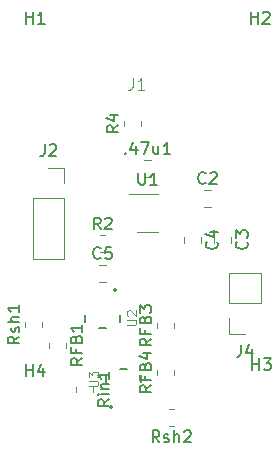
<source format=gbr>
%TF.GenerationSoftware,KiCad,Pcbnew,(5.1.9)-1*%
%TF.CreationDate,2021-03-18T19:40:29-04:00*%
%TF.ProjectId,PowerDetector,506f7765-7244-4657-9465-63746f722e6b,rev?*%
%TF.SameCoordinates,Original*%
%TF.FileFunction,Legend,Top*%
%TF.FilePolarity,Positive*%
%FSLAX46Y46*%
G04 Gerber Fmt 4.6, Leading zero omitted, Abs format (unit mm)*
G04 Created by KiCad (PCBNEW (5.1.9)-1) date 2021-03-18 19:40:29*
%MOMM*%
%LPD*%
G01*
G04 APERTURE LIST*
%ADD10C,0.127000*%
%ADD11C,0.200000*%
%ADD12C,0.120000*%
%ADD13C,0.015000*%
%ADD14C,0.150000*%
G04 APERTURE END LIST*
D10*
%TO.C,U3*%
X118798000Y-103810000D02*
X118798000Y-104470000D01*
X117013000Y-103340000D02*
X117683000Y-103340000D01*
X115898000Y-104470000D02*
X115898000Y-103810000D01*
D11*
X116398000Y-106550000D02*
G75*
G03*
X116398000Y-106550000I-100000J0D01*
G01*
D10*
%TO.C,U2*%
X114120000Y-99390000D02*
X114120000Y-98730000D01*
X115905000Y-99860000D02*
X115235000Y-99860000D01*
X117020000Y-98730000D02*
X117020000Y-99390000D01*
D11*
X116720000Y-96650000D02*
G75*
G03*
X116720000Y-96650000I-100000J0D01*
G01*
D12*
%TO.C,.47u1*%
X119118748Y-87095000D02*
X119641252Y-87095000D01*
X119118748Y-85625000D02*
X119641252Y-85625000D01*
%TO.C,U1*%
X120280000Y-88560000D02*
X117830000Y-88560000D01*
X118480000Y-91780000D02*
X120280000Y-91780000D01*
%TO.C,Rsh2*%
X121639064Y-106707000D02*
X121184936Y-106707000D01*
X121639064Y-108177000D02*
X121184936Y-108177000D01*
%TO.C,Rsh1*%
X110463000Y-99795064D02*
X110463000Y-99340936D01*
X108993000Y-99795064D02*
X108993000Y-99340936D01*
%TO.C,Rin1*%
X113311000Y-104825436D02*
X113311000Y-105279564D01*
X114781000Y-104825436D02*
X114781000Y-105279564D01*
%TO.C,RFB4*%
X121639000Y-103859064D02*
X121639000Y-103404936D01*
X120169000Y-103859064D02*
X120169000Y-103404936D01*
%TO.C,RFB3*%
X121639000Y-99898564D02*
X121639000Y-99444436D01*
X120169000Y-99898564D02*
X120169000Y-99444436D01*
%TO.C,RFB1*%
X111025000Y-101095436D02*
X111025000Y-101549564D01*
X112495000Y-101095436D02*
X112495000Y-101549564D01*
%TO.C,R4*%
X118845000Y-82777064D02*
X118845000Y-82322936D01*
X117375000Y-82777064D02*
X117375000Y-82322936D01*
%TO.C,R2*%
X115342936Y-93445000D02*
X115797064Y-93445000D01*
X115342936Y-91975000D02*
X115797064Y-91975000D01*
%TO.C,J4*%
X127635000Y-100390000D02*
X126305000Y-100390000D01*
X126305000Y-100390000D02*
X126305000Y-99060000D01*
X126305000Y-97790000D02*
X126305000Y-95190000D01*
X128965000Y-95190000D02*
X126305000Y-95190000D01*
X128965000Y-97790000D02*
X128965000Y-95190000D01*
X128965000Y-97790000D02*
X126305000Y-97790000D01*
%TO.C,J2*%
X110998000Y-86300000D02*
X112328000Y-86300000D01*
X112328000Y-86300000D02*
X112328000Y-87630000D01*
X112328000Y-88900000D02*
X112328000Y-94040000D01*
X109668000Y-94040000D02*
X112328000Y-94040000D01*
X109668000Y-88900000D02*
X109668000Y-94040000D01*
X109668000Y-88900000D02*
X112328000Y-88900000D01*
%TO.C,C5*%
X115308748Y-95985000D02*
X115831252Y-95985000D01*
X115308748Y-94515000D02*
X115831252Y-94515000D01*
%TO.C,C4*%
X122455000Y-92128748D02*
X122455000Y-92651252D01*
X123925000Y-92128748D02*
X123925000Y-92651252D01*
%TO.C,C3*%
X124995000Y-92128748D02*
X124995000Y-92651252D01*
X126465000Y-92128748D02*
X126465000Y-92651252D01*
%TO.C,C2*%
X124198748Y-89635000D02*
X124721252Y-89635000D01*
X124198748Y-88165000D02*
X124721252Y-88165000D01*
%TO.C,U3*%
D13*
X114401904Y-104809523D02*
X115049523Y-104809523D01*
X115125714Y-104771428D01*
X115163809Y-104733333D01*
X115201904Y-104657142D01*
X115201904Y-104504761D01*
X115163809Y-104428571D01*
X115125714Y-104390476D01*
X115049523Y-104352380D01*
X114401904Y-104352380D01*
X114401904Y-104047619D02*
X114401904Y-103552380D01*
X114706666Y-103819047D01*
X114706666Y-103704761D01*
X114744761Y-103628571D01*
X114782857Y-103590476D01*
X114859047Y-103552380D01*
X115049523Y-103552380D01*
X115125714Y-103590476D01*
X115163809Y-103628571D01*
X115201904Y-103704761D01*
X115201904Y-103933333D01*
X115163809Y-104009523D01*
X115125714Y-104047619D01*
%TO.C,U2*%
X117639904Y-99609523D02*
X118287523Y-99609523D01*
X118363714Y-99571428D01*
X118401809Y-99533333D01*
X118439904Y-99457142D01*
X118439904Y-99304761D01*
X118401809Y-99228571D01*
X118363714Y-99190476D01*
X118287523Y-99152380D01*
X117639904Y-99152380D01*
X117716095Y-98809523D02*
X117678000Y-98771428D01*
X117639904Y-98695238D01*
X117639904Y-98504761D01*
X117678000Y-98428571D01*
X117716095Y-98390476D01*
X117792285Y-98352380D01*
X117868476Y-98352380D01*
X117982761Y-98390476D01*
X118439904Y-98847619D01*
X118439904Y-98352380D01*
%TO.C,J1*%
X118117716Y-78687050D02*
X118117716Y-79401336D01*
X118070097Y-79544193D01*
X117974859Y-79639431D01*
X117832002Y-79687050D01*
X117736764Y-79687050D01*
X119117716Y-79687050D02*
X118546288Y-79687050D01*
X118832002Y-79687050D02*
X118832002Y-78687050D01*
X118736764Y-78829908D01*
X118641526Y-78925146D01*
X118546288Y-78972765D01*
%TO.C,.47u1*%
D14*
X117499047Y-85037142D02*
X117546666Y-85084761D01*
X117499047Y-85132380D01*
X117451428Y-85084761D01*
X117499047Y-85037142D01*
X117499047Y-85132380D01*
X118403809Y-84465714D02*
X118403809Y-85132380D01*
X118165714Y-84084761D02*
X117927619Y-84799047D01*
X118546666Y-84799047D01*
X118832380Y-84132380D02*
X119499047Y-84132380D01*
X119070476Y-85132380D01*
X120308571Y-84465714D02*
X120308571Y-85132380D01*
X119880000Y-84465714D02*
X119880000Y-84989523D01*
X119927619Y-85084761D01*
X120022857Y-85132380D01*
X120165714Y-85132380D01*
X120260952Y-85084761D01*
X120308571Y-85037142D01*
X121308571Y-85132380D02*
X120737142Y-85132380D01*
X121022857Y-85132380D02*
X121022857Y-84132380D01*
X120927619Y-84275238D01*
X120832380Y-84370476D01*
X120737142Y-84418095D01*
%TO.C,U1*%
X118618095Y-86722380D02*
X118618095Y-87531904D01*
X118665714Y-87627142D01*
X118713333Y-87674761D01*
X118808571Y-87722380D01*
X118999047Y-87722380D01*
X119094285Y-87674761D01*
X119141904Y-87627142D01*
X119189523Y-87531904D01*
X119189523Y-86722380D01*
X120189523Y-87722380D02*
X119618095Y-87722380D01*
X119903809Y-87722380D02*
X119903809Y-86722380D01*
X119808571Y-86865238D01*
X119713333Y-86960476D01*
X119618095Y-87008095D01*
%TO.C,Rsh2*%
X120388190Y-109544380D02*
X120054857Y-109068190D01*
X119816761Y-109544380D02*
X119816761Y-108544380D01*
X120197714Y-108544380D01*
X120292952Y-108592000D01*
X120340571Y-108639619D01*
X120388190Y-108734857D01*
X120388190Y-108877714D01*
X120340571Y-108972952D01*
X120292952Y-109020571D01*
X120197714Y-109068190D01*
X119816761Y-109068190D01*
X120769142Y-109496761D02*
X120864380Y-109544380D01*
X121054857Y-109544380D01*
X121150095Y-109496761D01*
X121197714Y-109401523D01*
X121197714Y-109353904D01*
X121150095Y-109258666D01*
X121054857Y-109211047D01*
X120912000Y-109211047D01*
X120816761Y-109163428D01*
X120769142Y-109068190D01*
X120769142Y-109020571D01*
X120816761Y-108925333D01*
X120912000Y-108877714D01*
X121054857Y-108877714D01*
X121150095Y-108925333D01*
X121626285Y-109544380D02*
X121626285Y-108544380D01*
X122054857Y-109544380D02*
X122054857Y-109020571D01*
X122007238Y-108925333D01*
X121912000Y-108877714D01*
X121769142Y-108877714D01*
X121673904Y-108925333D01*
X121626285Y-108972952D01*
X122483428Y-108639619D02*
X122531047Y-108592000D01*
X122626285Y-108544380D01*
X122864380Y-108544380D01*
X122959619Y-108592000D01*
X123007238Y-108639619D01*
X123054857Y-108734857D01*
X123054857Y-108830095D01*
X123007238Y-108972952D01*
X122435809Y-109544380D01*
X123054857Y-109544380D01*
%TO.C,Rsh1*%
X108530380Y-100591809D02*
X108054190Y-100925142D01*
X108530380Y-101163238D02*
X107530380Y-101163238D01*
X107530380Y-100782285D01*
X107578000Y-100687047D01*
X107625619Y-100639428D01*
X107720857Y-100591809D01*
X107863714Y-100591809D01*
X107958952Y-100639428D01*
X108006571Y-100687047D01*
X108054190Y-100782285D01*
X108054190Y-101163238D01*
X108482761Y-100210857D02*
X108530380Y-100115619D01*
X108530380Y-99925142D01*
X108482761Y-99829904D01*
X108387523Y-99782285D01*
X108339904Y-99782285D01*
X108244666Y-99829904D01*
X108197047Y-99925142D01*
X108197047Y-100068000D01*
X108149428Y-100163238D01*
X108054190Y-100210857D01*
X108006571Y-100210857D01*
X107911333Y-100163238D01*
X107863714Y-100068000D01*
X107863714Y-99925142D01*
X107911333Y-99829904D01*
X108530380Y-99353714D02*
X107530380Y-99353714D01*
X108530380Y-98925142D02*
X108006571Y-98925142D01*
X107911333Y-98972761D01*
X107863714Y-99068000D01*
X107863714Y-99210857D01*
X107911333Y-99306095D01*
X107958952Y-99353714D01*
X108530380Y-97925142D02*
X108530380Y-98496571D01*
X108530380Y-98210857D02*
X107530380Y-98210857D01*
X107673238Y-98306095D01*
X107768476Y-98401333D01*
X107816095Y-98496571D01*
%TO.C,Rin1*%
X116148380Y-105909642D02*
X115672190Y-106242976D01*
X116148380Y-106481071D02*
X115148380Y-106481071D01*
X115148380Y-106100119D01*
X115196000Y-106004880D01*
X115243619Y-105957261D01*
X115338857Y-105909642D01*
X115481714Y-105909642D01*
X115576952Y-105957261D01*
X115624571Y-106004880D01*
X115672190Y-106100119D01*
X115672190Y-106481071D01*
X116148380Y-105481071D02*
X115481714Y-105481071D01*
X115148380Y-105481071D02*
X115196000Y-105528690D01*
X115243619Y-105481071D01*
X115196000Y-105433452D01*
X115148380Y-105481071D01*
X115243619Y-105481071D01*
X115481714Y-105004880D02*
X116148380Y-105004880D01*
X115576952Y-105004880D02*
X115529333Y-104957261D01*
X115481714Y-104862023D01*
X115481714Y-104719166D01*
X115529333Y-104623928D01*
X115624571Y-104576309D01*
X116148380Y-104576309D01*
X116148380Y-103576309D02*
X116148380Y-104147738D01*
X116148380Y-103862023D02*
X115148380Y-103862023D01*
X115291238Y-103957261D01*
X115386476Y-104052500D01*
X115434095Y-104147738D01*
%TO.C,RFB4*%
X119706380Y-104727238D02*
X119230190Y-105060571D01*
X119706380Y-105298666D02*
X118706380Y-105298666D01*
X118706380Y-104917714D01*
X118754000Y-104822476D01*
X118801619Y-104774857D01*
X118896857Y-104727238D01*
X119039714Y-104727238D01*
X119134952Y-104774857D01*
X119182571Y-104822476D01*
X119230190Y-104917714D01*
X119230190Y-105298666D01*
X119182571Y-103965333D02*
X119182571Y-104298666D01*
X119706380Y-104298666D02*
X118706380Y-104298666D01*
X118706380Y-103822476D01*
X119182571Y-103108190D02*
X119230190Y-102965333D01*
X119277809Y-102917714D01*
X119373047Y-102870095D01*
X119515904Y-102870095D01*
X119611142Y-102917714D01*
X119658761Y-102965333D01*
X119706380Y-103060571D01*
X119706380Y-103441523D01*
X118706380Y-103441523D01*
X118706380Y-103108190D01*
X118754000Y-103012952D01*
X118801619Y-102965333D01*
X118896857Y-102917714D01*
X118992095Y-102917714D01*
X119087333Y-102965333D01*
X119134952Y-103012952D01*
X119182571Y-103108190D01*
X119182571Y-103441523D01*
X119039714Y-102012952D02*
X119706380Y-102012952D01*
X118658761Y-102251047D02*
X119373047Y-102489142D01*
X119373047Y-101870095D01*
%TO.C,RFB3*%
X119706380Y-100766738D02*
X119230190Y-101100071D01*
X119706380Y-101338166D02*
X118706380Y-101338166D01*
X118706380Y-100957214D01*
X118754000Y-100861976D01*
X118801619Y-100814357D01*
X118896857Y-100766738D01*
X119039714Y-100766738D01*
X119134952Y-100814357D01*
X119182571Y-100861976D01*
X119230190Y-100957214D01*
X119230190Y-101338166D01*
X119182571Y-100004833D02*
X119182571Y-100338166D01*
X119706380Y-100338166D02*
X118706380Y-100338166D01*
X118706380Y-99861976D01*
X119182571Y-99147690D02*
X119230190Y-99004833D01*
X119277809Y-98957214D01*
X119373047Y-98909595D01*
X119515904Y-98909595D01*
X119611142Y-98957214D01*
X119658761Y-99004833D01*
X119706380Y-99100071D01*
X119706380Y-99481023D01*
X118706380Y-99481023D01*
X118706380Y-99147690D01*
X118754000Y-99052452D01*
X118801619Y-99004833D01*
X118896857Y-98957214D01*
X118992095Y-98957214D01*
X119087333Y-99004833D01*
X119134952Y-99052452D01*
X119182571Y-99147690D01*
X119182571Y-99481023D01*
X118706380Y-98576261D02*
X118706380Y-97957214D01*
X119087333Y-98290547D01*
X119087333Y-98147690D01*
X119134952Y-98052452D01*
X119182571Y-98004833D01*
X119277809Y-97957214D01*
X119515904Y-97957214D01*
X119611142Y-98004833D01*
X119658761Y-98052452D01*
X119706380Y-98147690D01*
X119706380Y-98433404D01*
X119658761Y-98528642D01*
X119611142Y-98576261D01*
%TO.C,RFB1*%
X113862380Y-102417738D02*
X113386190Y-102751071D01*
X113862380Y-102989166D02*
X112862380Y-102989166D01*
X112862380Y-102608214D01*
X112910000Y-102512976D01*
X112957619Y-102465357D01*
X113052857Y-102417738D01*
X113195714Y-102417738D01*
X113290952Y-102465357D01*
X113338571Y-102512976D01*
X113386190Y-102608214D01*
X113386190Y-102989166D01*
X113338571Y-101655833D02*
X113338571Y-101989166D01*
X113862380Y-101989166D02*
X112862380Y-101989166D01*
X112862380Y-101512976D01*
X113338571Y-100798690D02*
X113386190Y-100655833D01*
X113433809Y-100608214D01*
X113529047Y-100560595D01*
X113671904Y-100560595D01*
X113767142Y-100608214D01*
X113814761Y-100655833D01*
X113862380Y-100751071D01*
X113862380Y-101132023D01*
X112862380Y-101132023D01*
X112862380Y-100798690D01*
X112910000Y-100703452D01*
X112957619Y-100655833D01*
X113052857Y-100608214D01*
X113148095Y-100608214D01*
X113243333Y-100655833D01*
X113290952Y-100703452D01*
X113338571Y-100798690D01*
X113338571Y-101132023D01*
X113862380Y-99608214D02*
X113862380Y-100179642D01*
X113862380Y-99893928D02*
X112862380Y-99893928D01*
X113005238Y-99989166D01*
X113100476Y-100084404D01*
X113148095Y-100179642D01*
%TO.C,R4*%
X116912380Y-82716666D02*
X116436190Y-83050000D01*
X116912380Y-83288095D02*
X115912380Y-83288095D01*
X115912380Y-82907142D01*
X115960000Y-82811904D01*
X116007619Y-82764285D01*
X116102857Y-82716666D01*
X116245714Y-82716666D01*
X116340952Y-82764285D01*
X116388571Y-82811904D01*
X116436190Y-82907142D01*
X116436190Y-83288095D01*
X116245714Y-81859523D02*
X116912380Y-81859523D01*
X115864761Y-82097619D02*
X116579047Y-82335714D01*
X116579047Y-81716666D01*
%TO.C,R2*%
X115403333Y-91512380D02*
X115070000Y-91036190D01*
X114831904Y-91512380D02*
X114831904Y-90512380D01*
X115212857Y-90512380D01*
X115308095Y-90560000D01*
X115355714Y-90607619D01*
X115403333Y-90702857D01*
X115403333Y-90845714D01*
X115355714Y-90940952D01*
X115308095Y-90988571D01*
X115212857Y-91036190D01*
X114831904Y-91036190D01*
X115784285Y-90607619D02*
X115831904Y-90560000D01*
X115927142Y-90512380D01*
X116165238Y-90512380D01*
X116260476Y-90560000D01*
X116308095Y-90607619D01*
X116355714Y-90702857D01*
X116355714Y-90798095D01*
X116308095Y-90940952D01*
X115736666Y-91512380D01*
X116355714Y-91512380D01*
%TO.C,J4*%
X127301666Y-101282380D02*
X127301666Y-101996666D01*
X127254047Y-102139523D01*
X127158809Y-102234761D01*
X127015952Y-102282380D01*
X126920714Y-102282380D01*
X128206428Y-101615714D02*
X128206428Y-102282380D01*
X127968333Y-101234761D02*
X127730238Y-101949047D01*
X128349285Y-101949047D01*
%TO.C,J2*%
X110664666Y-84312380D02*
X110664666Y-85026666D01*
X110617047Y-85169523D01*
X110521809Y-85264761D01*
X110378952Y-85312380D01*
X110283714Y-85312380D01*
X111093238Y-84407619D02*
X111140857Y-84360000D01*
X111236095Y-84312380D01*
X111474190Y-84312380D01*
X111569428Y-84360000D01*
X111617047Y-84407619D01*
X111664666Y-84502857D01*
X111664666Y-84598095D01*
X111617047Y-84740952D01*
X111045619Y-85312380D01*
X111664666Y-85312380D01*
%TO.C,H4*%
X109093095Y-103932380D02*
X109093095Y-102932380D01*
X109093095Y-103408571D02*
X109664523Y-103408571D01*
X109664523Y-103932380D02*
X109664523Y-102932380D01*
X110569285Y-103265714D02*
X110569285Y-103932380D01*
X110331190Y-102884761D02*
X110093095Y-103599047D01*
X110712142Y-103599047D01*
%TO.C,H3*%
X128270095Y-103424380D02*
X128270095Y-102424380D01*
X128270095Y-102900571D02*
X128841523Y-102900571D01*
X128841523Y-103424380D02*
X128841523Y-102424380D01*
X129222476Y-102424380D02*
X129841523Y-102424380D01*
X129508190Y-102805333D01*
X129651047Y-102805333D01*
X129746285Y-102852952D01*
X129793904Y-102900571D01*
X129841523Y-102995809D01*
X129841523Y-103233904D01*
X129793904Y-103329142D01*
X129746285Y-103376761D01*
X129651047Y-103424380D01*
X129365333Y-103424380D01*
X129270095Y-103376761D01*
X129222476Y-103329142D01*
%TO.C,H2*%
X128143095Y-74087380D02*
X128143095Y-73087380D01*
X128143095Y-73563571D02*
X128714523Y-73563571D01*
X128714523Y-74087380D02*
X128714523Y-73087380D01*
X129143095Y-73182619D02*
X129190714Y-73135000D01*
X129285952Y-73087380D01*
X129524047Y-73087380D01*
X129619285Y-73135000D01*
X129666904Y-73182619D01*
X129714523Y-73277857D01*
X129714523Y-73373095D01*
X129666904Y-73515952D01*
X129095476Y-74087380D01*
X129714523Y-74087380D01*
%TO.C,H1*%
X109093095Y-74087380D02*
X109093095Y-73087380D01*
X109093095Y-73563571D02*
X109664523Y-73563571D01*
X109664523Y-74087380D02*
X109664523Y-73087380D01*
X110664523Y-74087380D02*
X110093095Y-74087380D01*
X110378809Y-74087380D02*
X110378809Y-73087380D01*
X110283571Y-73230238D01*
X110188333Y-73325476D01*
X110093095Y-73373095D01*
%TO.C,C5*%
X115403333Y-93927142D02*
X115355714Y-93974761D01*
X115212857Y-94022380D01*
X115117619Y-94022380D01*
X114974761Y-93974761D01*
X114879523Y-93879523D01*
X114831904Y-93784285D01*
X114784285Y-93593809D01*
X114784285Y-93450952D01*
X114831904Y-93260476D01*
X114879523Y-93165238D01*
X114974761Y-93070000D01*
X115117619Y-93022380D01*
X115212857Y-93022380D01*
X115355714Y-93070000D01*
X115403333Y-93117619D01*
X116308095Y-93022380D02*
X115831904Y-93022380D01*
X115784285Y-93498571D01*
X115831904Y-93450952D01*
X115927142Y-93403333D01*
X116165238Y-93403333D01*
X116260476Y-93450952D01*
X116308095Y-93498571D01*
X116355714Y-93593809D01*
X116355714Y-93831904D01*
X116308095Y-93927142D01*
X116260476Y-93974761D01*
X116165238Y-94022380D01*
X115927142Y-94022380D01*
X115831904Y-93974761D01*
X115784285Y-93927142D01*
%TO.C,C4*%
X125227142Y-92556666D02*
X125274761Y-92604285D01*
X125322380Y-92747142D01*
X125322380Y-92842380D01*
X125274761Y-92985238D01*
X125179523Y-93080476D01*
X125084285Y-93128095D01*
X124893809Y-93175714D01*
X124750952Y-93175714D01*
X124560476Y-93128095D01*
X124465238Y-93080476D01*
X124370000Y-92985238D01*
X124322380Y-92842380D01*
X124322380Y-92747142D01*
X124370000Y-92604285D01*
X124417619Y-92556666D01*
X124655714Y-91699523D02*
X125322380Y-91699523D01*
X124274761Y-91937619D02*
X124989047Y-92175714D01*
X124989047Y-91556666D01*
%TO.C,C3*%
X127767142Y-92556666D02*
X127814761Y-92604285D01*
X127862380Y-92747142D01*
X127862380Y-92842380D01*
X127814761Y-92985238D01*
X127719523Y-93080476D01*
X127624285Y-93128095D01*
X127433809Y-93175714D01*
X127290952Y-93175714D01*
X127100476Y-93128095D01*
X127005238Y-93080476D01*
X126910000Y-92985238D01*
X126862380Y-92842380D01*
X126862380Y-92747142D01*
X126910000Y-92604285D01*
X126957619Y-92556666D01*
X126862380Y-92223333D02*
X126862380Y-91604285D01*
X127243333Y-91937619D01*
X127243333Y-91794761D01*
X127290952Y-91699523D01*
X127338571Y-91651904D01*
X127433809Y-91604285D01*
X127671904Y-91604285D01*
X127767142Y-91651904D01*
X127814761Y-91699523D01*
X127862380Y-91794761D01*
X127862380Y-92080476D01*
X127814761Y-92175714D01*
X127767142Y-92223333D01*
%TO.C,C2*%
X124293333Y-87577142D02*
X124245714Y-87624761D01*
X124102857Y-87672380D01*
X124007619Y-87672380D01*
X123864761Y-87624761D01*
X123769523Y-87529523D01*
X123721904Y-87434285D01*
X123674285Y-87243809D01*
X123674285Y-87100952D01*
X123721904Y-86910476D01*
X123769523Y-86815238D01*
X123864761Y-86720000D01*
X124007619Y-86672380D01*
X124102857Y-86672380D01*
X124245714Y-86720000D01*
X124293333Y-86767619D01*
X124674285Y-86767619D02*
X124721904Y-86720000D01*
X124817142Y-86672380D01*
X125055238Y-86672380D01*
X125150476Y-86720000D01*
X125198095Y-86767619D01*
X125245714Y-86862857D01*
X125245714Y-86958095D01*
X125198095Y-87100952D01*
X124626666Y-87672380D01*
X125245714Y-87672380D01*
%TD*%
M02*

</source>
